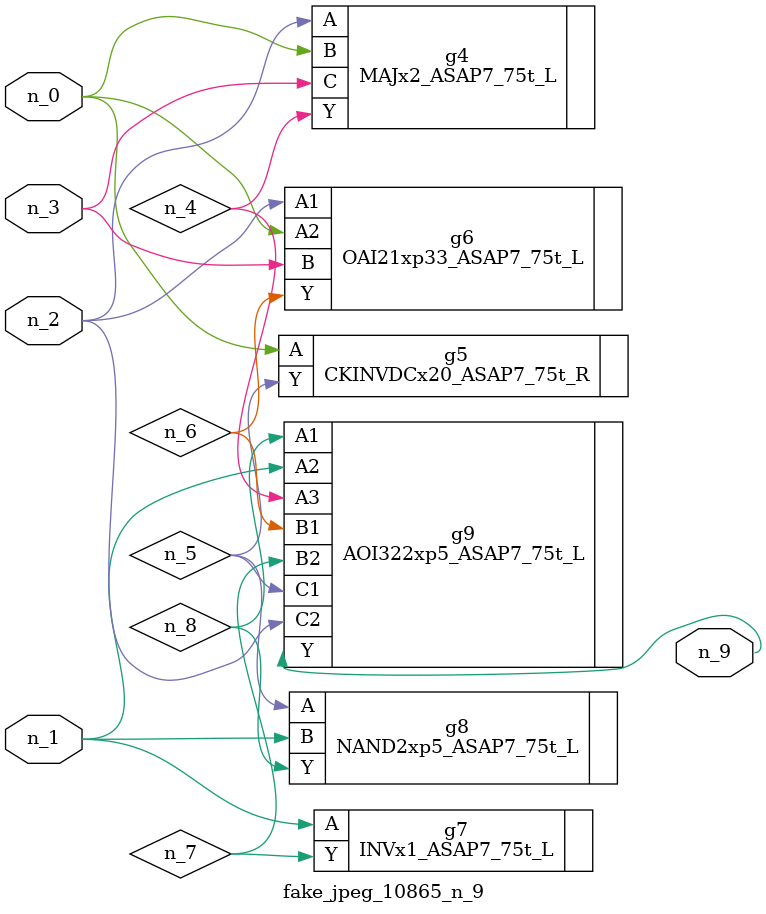
<source format=v>
module fake_jpeg_10865_n_9 (n_0, n_3, n_2, n_1, n_9);

input n_0;
input n_3;
input n_2;
input n_1;

output n_9;

wire n_4;
wire n_8;
wire n_6;
wire n_5;
wire n_7;

MAJx2_ASAP7_75t_L g4 ( 
.A(n_2),
.B(n_0),
.C(n_3),
.Y(n_4)
);

CKINVDCx20_ASAP7_75t_R g5 ( 
.A(n_0),
.Y(n_5)
);

OAI21xp33_ASAP7_75t_L g6 ( 
.A1(n_2),
.A2(n_0),
.B(n_3),
.Y(n_6)
);

INVx1_ASAP7_75t_L g7 ( 
.A(n_1),
.Y(n_7)
);

NAND2xp5_ASAP7_75t_L g8 ( 
.A(n_5),
.B(n_1),
.Y(n_8)
);

AOI322xp5_ASAP7_75t_L g9 ( 
.A1(n_8),
.A2(n_1),
.A3(n_4),
.B1(n_6),
.B2(n_7),
.C1(n_5),
.C2(n_2),
.Y(n_9)
);


endmodule
</source>
